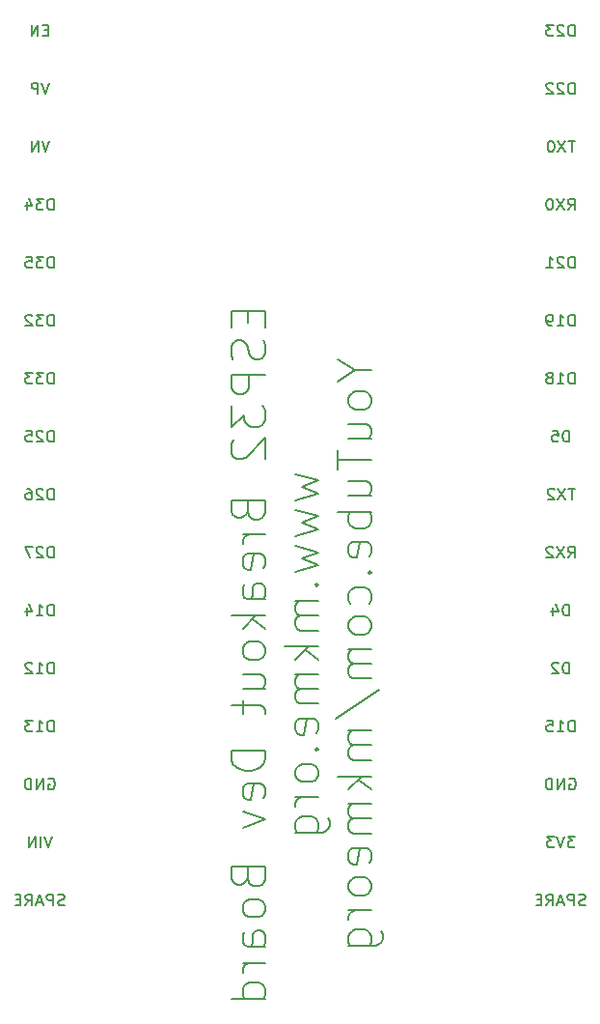
<source format=gbo>
G04 #@! TF.GenerationSoftware,KiCad,Pcbnew,(5.1.6)-1*
G04 #@! TF.CreationDate,2021-10-14T13:40:29-04:00*
G04 #@! TF.ProjectId,ESP32 WROOM-32 Breakout MKME.ORG,45535033-3220-4575-924f-4f4d2d333220,rev?*
G04 #@! TF.SameCoordinates,Original*
G04 #@! TF.FileFunction,Legend,Bot*
G04 #@! TF.FilePolarity,Positive*
%FSLAX46Y46*%
G04 Gerber Fmt 4.6, Leading zero omitted, Abs format (unit mm)*
G04 Created by KiCad (PCBNEW (5.1.6)-1) date 2021-10-14 13:40:29*
%MOMM*%
%LPD*%
G01*
G04 APERTURE LIST*
%ADD10C,0.150000*%
G04 APERTURE END LIST*
D10*
X171076666Y-117244761D02*
X170933809Y-117292380D01*
X170695714Y-117292380D01*
X170600476Y-117244761D01*
X170552857Y-117197142D01*
X170505238Y-117101904D01*
X170505238Y-117006666D01*
X170552857Y-116911428D01*
X170600476Y-116863809D01*
X170695714Y-116816190D01*
X170886190Y-116768571D01*
X170981428Y-116720952D01*
X171029047Y-116673333D01*
X171076666Y-116578095D01*
X171076666Y-116482857D01*
X171029047Y-116387619D01*
X170981428Y-116340000D01*
X170886190Y-116292380D01*
X170648095Y-116292380D01*
X170505238Y-116340000D01*
X170076666Y-117292380D02*
X170076666Y-116292380D01*
X169695714Y-116292380D01*
X169600476Y-116340000D01*
X169552857Y-116387619D01*
X169505238Y-116482857D01*
X169505238Y-116625714D01*
X169552857Y-116720952D01*
X169600476Y-116768571D01*
X169695714Y-116816190D01*
X170076666Y-116816190D01*
X169124285Y-117006666D02*
X168648095Y-117006666D01*
X169219523Y-117292380D02*
X168886190Y-116292380D01*
X168552857Y-117292380D01*
X167648095Y-117292380D02*
X167981428Y-116816190D01*
X168219523Y-117292380D02*
X168219523Y-116292380D01*
X167838571Y-116292380D01*
X167743333Y-116340000D01*
X167695714Y-116387619D01*
X167648095Y-116482857D01*
X167648095Y-116625714D01*
X167695714Y-116720952D01*
X167743333Y-116768571D01*
X167838571Y-116816190D01*
X168219523Y-116816190D01*
X167219523Y-116768571D02*
X166886190Y-116768571D01*
X166743333Y-117292380D02*
X167219523Y-117292380D01*
X167219523Y-116292380D01*
X166743333Y-116292380D01*
X125356666Y-117244761D02*
X125213809Y-117292380D01*
X124975714Y-117292380D01*
X124880476Y-117244761D01*
X124832857Y-117197142D01*
X124785238Y-117101904D01*
X124785238Y-117006666D01*
X124832857Y-116911428D01*
X124880476Y-116863809D01*
X124975714Y-116816190D01*
X125166190Y-116768571D01*
X125261428Y-116720952D01*
X125309047Y-116673333D01*
X125356666Y-116578095D01*
X125356666Y-116482857D01*
X125309047Y-116387619D01*
X125261428Y-116340000D01*
X125166190Y-116292380D01*
X124928095Y-116292380D01*
X124785238Y-116340000D01*
X124356666Y-117292380D02*
X124356666Y-116292380D01*
X123975714Y-116292380D01*
X123880476Y-116340000D01*
X123832857Y-116387619D01*
X123785238Y-116482857D01*
X123785238Y-116625714D01*
X123832857Y-116720952D01*
X123880476Y-116768571D01*
X123975714Y-116816190D01*
X124356666Y-116816190D01*
X123404285Y-117006666D02*
X122928095Y-117006666D01*
X123499523Y-117292380D02*
X123166190Y-116292380D01*
X122832857Y-117292380D01*
X121928095Y-117292380D02*
X122261428Y-116816190D01*
X122499523Y-117292380D02*
X122499523Y-116292380D01*
X122118571Y-116292380D01*
X122023333Y-116340000D01*
X121975714Y-116387619D01*
X121928095Y-116482857D01*
X121928095Y-116625714D01*
X121975714Y-116720952D01*
X122023333Y-116768571D01*
X122118571Y-116816190D01*
X122499523Y-116816190D01*
X121499523Y-116768571D02*
X121166190Y-116768571D01*
X121023333Y-117292380D02*
X121499523Y-117292380D01*
X121499523Y-116292380D01*
X121023333Y-116292380D01*
X141415714Y-65177142D02*
X141415714Y-66177142D01*
X142987142Y-66605714D02*
X142987142Y-65177142D01*
X139987142Y-65177142D01*
X139987142Y-66605714D01*
X142844285Y-67748571D02*
X142987142Y-68177142D01*
X142987142Y-68891428D01*
X142844285Y-69177142D01*
X142701428Y-69320000D01*
X142415714Y-69462857D01*
X142130000Y-69462857D01*
X141844285Y-69320000D01*
X141701428Y-69177142D01*
X141558571Y-68891428D01*
X141415714Y-68320000D01*
X141272857Y-68034285D01*
X141130000Y-67891428D01*
X140844285Y-67748571D01*
X140558571Y-67748571D01*
X140272857Y-67891428D01*
X140130000Y-68034285D01*
X139987142Y-68320000D01*
X139987142Y-69034285D01*
X140130000Y-69462857D01*
X142987142Y-70748571D02*
X139987142Y-70748571D01*
X139987142Y-71891428D01*
X140130000Y-72177142D01*
X140272857Y-72320000D01*
X140558571Y-72462857D01*
X140987142Y-72462857D01*
X141272857Y-72320000D01*
X141415714Y-72177142D01*
X141558571Y-71891428D01*
X141558571Y-70748571D01*
X139987142Y-73462857D02*
X139987142Y-75320000D01*
X141130000Y-74320000D01*
X141130000Y-74748571D01*
X141272857Y-75034285D01*
X141415714Y-75177142D01*
X141701428Y-75320000D01*
X142415714Y-75320000D01*
X142701428Y-75177142D01*
X142844285Y-75034285D01*
X142987142Y-74748571D01*
X142987142Y-73891428D01*
X142844285Y-73605714D01*
X142701428Y-73462857D01*
X140272857Y-76462857D02*
X140130000Y-76605714D01*
X139987142Y-76891428D01*
X139987142Y-77605714D01*
X140130000Y-77891428D01*
X140272857Y-78034285D01*
X140558571Y-78177142D01*
X140844285Y-78177142D01*
X141272857Y-78034285D01*
X142987142Y-76320000D01*
X142987142Y-78177142D01*
X141415714Y-82748571D02*
X141558571Y-83177142D01*
X141701428Y-83320000D01*
X141987142Y-83462857D01*
X142415714Y-83462857D01*
X142701428Y-83320000D01*
X142844285Y-83177142D01*
X142987142Y-82891428D01*
X142987142Y-81748571D01*
X139987142Y-81748571D01*
X139987142Y-82748571D01*
X140130000Y-83034285D01*
X140272857Y-83177142D01*
X140558571Y-83320000D01*
X140844285Y-83320000D01*
X141130000Y-83177142D01*
X141272857Y-83034285D01*
X141415714Y-82748571D01*
X141415714Y-81748571D01*
X142987142Y-84748571D02*
X140987142Y-84748571D01*
X141558571Y-84748571D02*
X141272857Y-84891428D01*
X141130000Y-85034285D01*
X140987142Y-85320000D01*
X140987142Y-85605714D01*
X142844285Y-87748571D02*
X142987142Y-87462857D01*
X142987142Y-86891428D01*
X142844285Y-86605714D01*
X142558571Y-86462857D01*
X141415714Y-86462857D01*
X141130000Y-86605714D01*
X140987142Y-86891428D01*
X140987142Y-87462857D01*
X141130000Y-87748571D01*
X141415714Y-87891428D01*
X141701428Y-87891428D01*
X141987142Y-86462857D01*
X142987142Y-90462857D02*
X141415714Y-90462857D01*
X141130000Y-90320000D01*
X140987142Y-90034285D01*
X140987142Y-89462857D01*
X141130000Y-89177142D01*
X142844285Y-90462857D02*
X142987142Y-90177142D01*
X142987142Y-89462857D01*
X142844285Y-89177142D01*
X142558571Y-89034285D01*
X142272857Y-89034285D01*
X141987142Y-89177142D01*
X141844285Y-89462857D01*
X141844285Y-90177142D01*
X141701428Y-90462857D01*
X142987142Y-91891428D02*
X139987142Y-91891428D01*
X141844285Y-92177142D02*
X142987142Y-93034285D01*
X140987142Y-93034285D02*
X142130000Y-91891428D01*
X142987142Y-94748571D02*
X142844285Y-94462857D01*
X142701428Y-94320000D01*
X142415714Y-94177142D01*
X141558571Y-94177142D01*
X141272857Y-94320000D01*
X141130000Y-94462857D01*
X140987142Y-94748571D01*
X140987142Y-95177142D01*
X141130000Y-95462857D01*
X141272857Y-95605714D01*
X141558571Y-95748571D01*
X142415714Y-95748571D01*
X142701428Y-95605714D01*
X142844285Y-95462857D01*
X142987142Y-95177142D01*
X142987142Y-94748571D01*
X140987142Y-98320000D02*
X142987142Y-98320000D01*
X140987142Y-97034285D02*
X142558571Y-97034285D01*
X142844285Y-97177142D01*
X142987142Y-97462857D01*
X142987142Y-97891428D01*
X142844285Y-98177142D01*
X142701428Y-98320000D01*
X140987142Y-99320000D02*
X140987142Y-100462857D01*
X139987142Y-99748571D02*
X142558571Y-99748571D01*
X142844285Y-99891428D01*
X142987142Y-100177142D01*
X142987142Y-100462857D01*
X142987142Y-103748571D02*
X139987142Y-103748571D01*
X139987142Y-104462857D01*
X140130000Y-104891428D01*
X140415714Y-105177142D01*
X140701428Y-105320000D01*
X141272857Y-105462857D01*
X141701428Y-105462857D01*
X142272857Y-105320000D01*
X142558571Y-105177142D01*
X142844285Y-104891428D01*
X142987142Y-104462857D01*
X142987142Y-103748571D01*
X142844285Y-107891428D02*
X142987142Y-107605714D01*
X142987142Y-107034285D01*
X142844285Y-106748571D01*
X142558571Y-106605714D01*
X141415714Y-106605714D01*
X141130000Y-106748571D01*
X140987142Y-107034285D01*
X140987142Y-107605714D01*
X141130000Y-107891428D01*
X141415714Y-108034285D01*
X141701428Y-108034285D01*
X141987142Y-106605714D01*
X140987142Y-109034285D02*
X142987142Y-109748571D01*
X140987142Y-110462857D01*
X141415714Y-114891428D02*
X141558571Y-115320000D01*
X141701428Y-115462857D01*
X141987142Y-115605714D01*
X142415714Y-115605714D01*
X142701428Y-115462857D01*
X142844285Y-115320000D01*
X142987142Y-115034285D01*
X142987142Y-113891428D01*
X139987142Y-113891428D01*
X139987142Y-114891428D01*
X140130000Y-115177142D01*
X140272857Y-115320000D01*
X140558571Y-115462857D01*
X140844285Y-115462857D01*
X141130000Y-115320000D01*
X141272857Y-115177142D01*
X141415714Y-114891428D01*
X141415714Y-113891428D01*
X142987142Y-117320000D02*
X142844285Y-117034285D01*
X142701428Y-116891428D01*
X142415714Y-116748571D01*
X141558571Y-116748571D01*
X141272857Y-116891428D01*
X141130000Y-117034285D01*
X140987142Y-117320000D01*
X140987142Y-117748571D01*
X141130000Y-118034285D01*
X141272857Y-118177142D01*
X141558571Y-118320000D01*
X142415714Y-118320000D01*
X142701428Y-118177142D01*
X142844285Y-118034285D01*
X142987142Y-117748571D01*
X142987142Y-117320000D01*
X142987142Y-120891428D02*
X141415714Y-120891428D01*
X141130000Y-120748571D01*
X140987142Y-120462857D01*
X140987142Y-119891428D01*
X141130000Y-119605714D01*
X142844285Y-120891428D02*
X142987142Y-120605714D01*
X142987142Y-119891428D01*
X142844285Y-119605714D01*
X142558571Y-119462857D01*
X142272857Y-119462857D01*
X141987142Y-119605714D01*
X141844285Y-119891428D01*
X141844285Y-120605714D01*
X141701428Y-120891428D01*
X142987142Y-122320000D02*
X140987142Y-122320000D01*
X141558571Y-122320000D02*
X141272857Y-122462857D01*
X141130000Y-122605714D01*
X140987142Y-122891428D01*
X140987142Y-123177142D01*
X142987142Y-125462857D02*
X139987142Y-125462857D01*
X142844285Y-125462857D02*
X142987142Y-125177142D01*
X142987142Y-124605714D01*
X142844285Y-124320000D01*
X142701428Y-124177142D01*
X142415714Y-124034285D01*
X141558571Y-124034285D01*
X141272857Y-124177142D01*
X141130000Y-124320000D01*
X140987142Y-124605714D01*
X140987142Y-125177142D01*
X141130000Y-125462857D01*
X145637142Y-79462857D02*
X147637142Y-80034285D01*
X146208571Y-80605714D01*
X147637142Y-81177142D01*
X145637142Y-81748571D01*
X145637142Y-82605714D02*
X147637142Y-83177142D01*
X146208571Y-83748571D01*
X147637142Y-84320000D01*
X145637142Y-84891428D01*
X145637142Y-85748571D02*
X147637142Y-86320000D01*
X146208571Y-86891428D01*
X147637142Y-87462857D01*
X145637142Y-88034285D01*
X147351428Y-89177142D02*
X147494285Y-89320000D01*
X147637142Y-89177142D01*
X147494285Y-89034285D01*
X147351428Y-89177142D01*
X147637142Y-89177142D01*
X147637142Y-90605714D02*
X145637142Y-90605714D01*
X145922857Y-90605714D02*
X145780000Y-90748571D01*
X145637142Y-91034285D01*
X145637142Y-91462857D01*
X145780000Y-91748571D01*
X146065714Y-91891428D01*
X147637142Y-91891428D01*
X146065714Y-91891428D02*
X145780000Y-92034285D01*
X145637142Y-92320000D01*
X145637142Y-92748571D01*
X145780000Y-93034285D01*
X146065714Y-93177142D01*
X147637142Y-93177142D01*
X147637142Y-94605714D02*
X144637142Y-94605714D01*
X146494285Y-94891428D02*
X147637142Y-95748571D01*
X145637142Y-95748571D02*
X146780000Y-94605714D01*
X147637142Y-97034285D02*
X145637142Y-97034285D01*
X145922857Y-97034285D02*
X145780000Y-97177142D01*
X145637142Y-97462857D01*
X145637142Y-97891428D01*
X145780000Y-98177142D01*
X146065714Y-98320000D01*
X147637142Y-98320000D01*
X146065714Y-98320000D02*
X145780000Y-98462857D01*
X145637142Y-98748571D01*
X145637142Y-99177142D01*
X145780000Y-99462857D01*
X146065714Y-99605714D01*
X147637142Y-99605714D01*
X147494285Y-102177142D02*
X147637142Y-101891428D01*
X147637142Y-101320000D01*
X147494285Y-101034285D01*
X147208571Y-100891428D01*
X146065714Y-100891428D01*
X145780000Y-101034285D01*
X145637142Y-101320000D01*
X145637142Y-101891428D01*
X145780000Y-102177142D01*
X146065714Y-102320000D01*
X146351428Y-102320000D01*
X146637142Y-100891428D01*
X147351428Y-103605714D02*
X147494285Y-103748571D01*
X147637142Y-103605714D01*
X147494285Y-103462857D01*
X147351428Y-103605714D01*
X147637142Y-103605714D01*
X147637142Y-105462857D02*
X147494285Y-105177142D01*
X147351428Y-105034285D01*
X147065714Y-104891428D01*
X146208571Y-104891428D01*
X145922857Y-105034285D01*
X145780000Y-105177142D01*
X145637142Y-105462857D01*
X145637142Y-105891428D01*
X145780000Y-106177142D01*
X145922857Y-106320000D01*
X146208571Y-106462857D01*
X147065714Y-106462857D01*
X147351428Y-106320000D01*
X147494285Y-106177142D01*
X147637142Y-105891428D01*
X147637142Y-105462857D01*
X147637142Y-107748571D02*
X145637142Y-107748571D01*
X146208571Y-107748571D02*
X145922857Y-107891428D01*
X145780000Y-108034285D01*
X145637142Y-108320000D01*
X145637142Y-108605714D01*
X145637142Y-110891428D02*
X148065714Y-110891428D01*
X148351428Y-110748571D01*
X148494285Y-110605714D01*
X148637142Y-110320000D01*
X148637142Y-109891428D01*
X148494285Y-109605714D01*
X147494285Y-110891428D02*
X147637142Y-110605714D01*
X147637142Y-110034285D01*
X147494285Y-109748571D01*
X147351428Y-109605714D01*
X147065714Y-109462857D01*
X146208571Y-109462857D01*
X145922857Y-109605714D01*
X145780000Y-109748571D01*
X145637142Y-110034285D01*
X145637142Y-110605714D01*
X145780000Y-110891428D01*
X150858571Y-70391428D02*
X152287142Y-70391428D01*
X149287142Y-69391428D02*
X150858571Y-70391428D01*
X149287142Y-71391428D01*
X152287142Y-72820000D02*
X152144285Y-72534285D01*
X152001428Y-72391428D01*
X151715714Y-72248571D01*
X150858571Y-72248571D01*
X150572857Y-72391428D01*
X150430000Y-72534285D01*
X150287142Y-72820000D01*
X150287142Y-73248571D01*
X150430000Y-73534285D01*
X150572857Y-73677142D01*
X150858571Y-73820000D01*
X151715714Y-73820000D01*
X152001428Y-73677142D01*
X152144285Y-73534285D01*
X152287142Y-73248571D01*
X152287142Y-72820000D01*
X150287142Y-76391428D02*
X152287142Y-76391428D01*
X150287142Y-75105714D02*
X151858571Y-75105714D01*
X152144285Y-75248571D01*
X152287142Y-75534285D01*
X152287142Y-75962857D01*
X152144285Y-76248571D01*
X152001428Y-76391428D01*
X149287142Y-77391428D02*
X149287142Y-79105714D01*
X152287142Y-78248571D02*
X149287142Y-78248571D01*
X150287142Y-81391428D02*
X152287142Y-81391428D01*
X150287142Y-80105714D02*
X151858571Y-80105714D01*
X152144285Y-80248571D01*
X152287142Y-80534285D01*
X152287142Y-80962857D01*
X152144285Y-81248571D01*
X152001428Y-81391428D01*
X152287142Y-82820000D02*
X149287142Y-82820000D01*
X150430000Y-82820000D02*
X150287142Y-83105714D01*
X150287142Y-83677142D01*
X150430000Y-83962857D01*
X150572857Y-84105714D01*
X150858571Y-84248571D01*
X151715714Y-84248571D01*
X152001428Y-84105714D01*
X152144285Y-83962857D01*
X152287142Y-83677142D01*
X152287142Y-83105714D01*
X152144285Y-82820000D01*
X152144285Y-86677142D02*
X152287142Y-86391428D01*
X152287142Y-85820000D01*
X152144285Y-85534285D01*
X151858571Y-85391428D01*
X150715714Y-85391428D01*
X150430000Y-85534285D01*
X150287142Y-85820000D01*
X150287142Y-86391428D01*
X150430000Y-86677142D01*
X150715714Y-86820000D01*
X151001428Y-86820000D01*
X151287142Y-85391428D01*
X152001428Y-88105714D02*
X152144285Y-88248571D01*
X152287142Y-88105714D01*
X152144285Y-87962857D01*
X152001428Y-88105714D01*
X152287142Y-88105714D01*
X152144285Y-90820000D02*
X152287142Y-90534285D01*
X152287142Y-89962857D01*
X152144285Y-89677142D01*
X152001428Y-89534285D01*
X151715714Y-89391428D01*
X150858571Y-89391428D01*
X150572857Y-89534285D01*
X150430000Y-89677142D01*
X150287142Y-89962857D01*
X150287142Y-90534285D01*
X150430000Y-90820000D01*
X152287142Y-92534285D02*
X152144285Y-92248571D01*
X152001428Y-92105714D01*
X151715714Y-91962857D01*
X150858571Y-91962857D01*
X150572857Y-92105714D01*
X150430000Y-92248571D01*
X150287142Y-92534285D01*
X150287142Y-92962857D01*
X150430000Y-93248571D01*
X150572857Y-93391428D01*
X150858571Y-93534285D01*
X151715714Y-93534285D01*
X152001428Y-93391428D01*
X152144285Y-93248571D01*
X152287142Y-92962857D01*
X152287142Y-92534285D01*
X152287142Y-94820000D02*
X150287142Y-94820000D01*
X150572857Y-94820000D02*
X150430000Y-94962857D01*
X150287142Y-95248571D01*
X150287142Y-95677142D01*
X150430000Y-95962857D01*
X150715714Y-96105714D01*
X152287142Y-96105714D01*
X150715714Y-96105714D02*
X150430000Y-96248571D01*
X150287142Y-96534285D01*
X150287142Y-96962857D01*
X150430000Y-97248571D01*
X150715714Y-97391428D01*
X152287142Y-97391428D01*
X149144285Y-100962857D02*
X153001428Y-98391428D01*
X152287142Y-101962857D02*
X150287142Y-101962857D01*
X150572857Y-101962857D02*
X150430000Y-102105714D01*
X150287142Y-102391428D01*
X150287142Y-102820000D01*
X150430000Y-103105714D01*
X150715714Y-103248571D01*
X152287142Y-103248571D01*
X150715714Y-103248571D02*
X150430000Y-103391428D01*
X150287142Y-103677142D01*
X150287142Y-104105714D01*
X150430000Y-104391428D01*
X150715714Y-104534285D01*
X152287142Y-104534285D01*
X152287142Y-105962857D02*
X149287142Y-105962857D01*
X151144285Y-106248571D02*
X152287142Y-107105714D01*
X150287142Y-107105714D02*
X151430000Y-105962857D01*
X152287142Y-108391428D02*
X150287142Y-108391428D01*
X150572857Y-108391428D02*
X150430000Y-108534285D01*
X150287142Y-108820000D01*
X150287142Y-109248571D01*
X150430000Y-109534285D01*
X150715714Y-109677142D01*
X152287142Y-109677142D01*
X150715714Y-109677142D02*
X150430000Y-109820000D01*
X150287142Y-110105714D01*
X150287142Y-110534285D01*
X150430000Y-110820000D01*
X150715714Y-110962857D01*
X152287142Y-110962857D01*
X152144285Y-113534285D02*
X152287142Y-113248571D01*
X152287142Y-112677142D01*
X152144285Y-112391428D01*
X151858571Y-112248571D01*
X150715714Y-112248571D01*
X150430000Y-112391428D01*
X150287142Y-112677142D01*
X150287142Y-113248571D01*
X150430000Y-113534285D01*
X150715714Y-113677142D01*
X151001428Y-113677142D01*
X151287142Y-112248571D01*
X152287142Y-115391428D02*
X152144285Y-115105714D01*
X152001428Y-114962857D01*
X151715714Y-114820000D01*
X150858571Y-114820000D01*
X150572857Y-114962857D01*
X150430000Y-115105714D01*
X150287142Y-115391428D01*
X150287142Y-115820000D01*
X150430000Y-116105714D01*
X150572857Y-116248571D01*
X150858571Y-116391428D01*
X151715714Y-116391428D01*
X152001428Y-116248571D01*
X152144285Y-116105714D01*
X152287142Y-115820000D01*
X152287142Y-115391428D01*
X152287142Y-117677142D02*
X150287142Y-117677142D01*
X150858571Y-117677142D02*
X150572857Y-117820000D01*
X150430000Y-117962857D01*
X150287142Y-118248571D01*
X150287142Y-118534285D01*
X150287142Y-120820000D02*
X152715714Y-120820000D01*
X153001428Y-120677142D01*
X153144285Y-120534285D01*
X153287142Y-120248571D01*
X153287142Y-119820000D01*
X153144285Y-119534285D01*
X152144285Y-120820000D02*
X152287142Y-120534285D01*
X152287142Y-119962857D01*
X152144285Y-119677142D01*
X152001428Y-119534285D01*
X151715714Y-119391428D01*
X150858571Y-119391428D01*
X150572857Y-119534285D01*
X150430000Y-119677142D01*
X150287142Y-119962857D01*
X150287142Y-120534285D01*
X150430000Y-120820000D01*
X170124285Y-41092380D02*
X170124285Y-40092380D01*
X169886190Y-40092380D01*
X169743333Y-40140000D01*
X169648095Y-40235238D01*
X169600476Y-40330476D01*
X169552857Y-40520952D01*
X169552857Y-40663809D01*
X169600476Y-40854285D01*
X169648095Y-40949523D01*
X169743333Y-41044761D01*
X169886190Y-41092380D01*
X170124285Y-41092380D01*
X169171904Y-40187619D02*
X169124285Y-40140000D01*
X169029047Y-40092380D01*
X168790952Y-40092380D01*
X168695714Y-40140000D01*
X168648095Y-40187619D01*
X168600476Y-40282857D01*
X168600476Y-40378095D01*
X168648095Y-40520952D01*
X169219523Y-41092380D01*
X168600476Y-41092380D01*
X168267142Y-40092380D02*
X167648095Y-40092380D01*
X167981428Y-40473333D01*
X167838571Y-40473333D01*
X167743333Y-40520952D01*
X167695714Y-40568571D01*
X167648095Y-40663809D01*
X167648095Y-40901904D01*
X167695714Y-40997142D01*
X167743333Y-41044761D01*
X167838571Y-41092380D01*
X168124285Y-41092380D01*
X168219523Y-41044761D01*
X168267142Y-40997142D01*
X170124285Y-46172380D02*
X170124285Y-45172380D01*
X169886190Y-45172380D01*
X169743333Y-45220000D01*
X169648095Y-45315238D01*
X169600476Y-45410476D01*
X169552857Y-45600952D01*
X169552857Y-45743809D01*
X169600476Y-45934285D01*
X169648095Y-46029523D01*
X169743333Y-46124761D01*
X169886190Y-46172380D01*
X170124285Y-46172380D01*
X169171904Y-45267619D02*
X169124285Y-45220000D01*
X169029047Y-45172380D01*
X168790952Y-45172380D01*
X168695714Y-45220000D01*
X168648095Y-45267619D01*
X168600476Y-45362857D01*
X168600476Y-45458095D01*
X168648095Y-45600952D01*
X169219523Y-46172380D01*
X168600476Y-46172380D01*
X168219523Y-45267619D02*
X168171904Y-45220000D01*
X168076666Y-45172380D01*
X167838571Y-45172380D01*
X167743333Y-45220000D01*
X167695714Y-45267619D01*
X167648095Y-45362857D01*
X167648095Y-45458095D01*
X167695714Y-45600952D01*
X168267142Y-46172380D01*
X167648095Y-46172380D01*
X170148095Y-50252380D02*
X169576666Y-50252380D01*
X169862380Y-51252380D02*
X169862380Y-50252380D01*
X169338571Y-50252380D02*
X168671904Y-51252380D01*
X168671904Y-50252380D02*
X169338571Y-51252380D01*
X168100476Y-50252380D02*
X168005238Y-50252380D01*
X167910000Y-50300000D01*
X167862380Y-50347619D01*
X167814761Y-50442857D01*
X167767142Y-50633333D01*
X167767142Y-50871428D01*
X167814761Y-51061904D01*
X167862380Y-51157142D01*
X167910000Y-51204761D01*
X168005238Y-51252380D01*
X168100476Y-51252380D01*
X168195714Y-51204761D01*
X168243333Y-51157142D01*
X168290952Y-51061904D01*
X168338571Y-50871428D01*
X168338571Y-50633333D01*
X168290952Y-50442857D01*
X168243333Y-50347619D01*
X168195714Y-50300000D01*
X168100476Y-50252380D01*
X169552857Y-56332380D02*
X169886190Y-55856190D01*
X170124285Y-56332380D02*
X170124285Y-55332380D01*
X169743333Y-55332380D01*
X169648095Y-55380000D01*
X169600476Y-55427619D01*
X169552857Y-55522857D01*
X169552857Y-55665714D01*
X169600476Y-55760952D01*
X169648095Y-55808571D01*
X169743333Y-55856190D01*
X170124285Y-55856190D01*
X169219523Y-55332380D02*
X168552857Y-56332380D01*
X168552857Y-55332380D02*
X169219523Y-56332380D01*
X167981428Y-55332380D02*
X167886190Y-55332380D01*
X167790952Y-55380000D01*
X167743333Y-55427619D01*
X167695714Y-55522857D01*
X167648095Y-55713333D01*
X167648095Y-55951428D01*
X167695714Y-56141904D01*
X167743333Y-56237142D01*
X167790952Y-56284761D01*
X167886190Y-56332380D01*
X167981428Y-56332380D01*
X168076666Y-56284761D01*
X168124285Y-56237142D01*
X168171904Y-56141904D01*
X168219523Y-55951428D01*
X168219523Y-55713333D01*
X168171904Y-55522857D01*
X168124285Y-55427619D01*
X168076666Y-55380000D01*
X167981428Y-55332380D01*
X170124285Y-61412380D02*
X170124285Y-60412380D01*
X169886190Y-60412380D01*
X169743333Y-60460000D01*
X169648095Y-60555238D01*
X169600476Y-60650476D01*
X169552857Y-60840952D01*
X169552857Y-60983809D01*
X169600476Y-61174285D01*
X169648095Y-61269523D01*
X169743333Y-61364761D01*
X169886190Y-61412380D01*
X170124285Y-61412380D01*
X169171904Y-60507619D02*
X169124285Y-60460000D01*
X169029047Y-60412380D01*
X168790952Y-60412380D01*
X168695714Y-60460000D01*
X168648095Y-60507619D01*
X168600476Y-60602857D01*
X168600476Y-60698095D01*
X168648095Y-60840952D01*
X169219523Y-61412380D01*
X168600476Y-61412380D01*
X167648095Y-61412380D02*
X168219523Y-61412380D01*
X167933809Y-61412380D02*
X167933809Y-60412380D01*
X168029047Y-60555238D01*
X168124285Y-60650476D01*
X168219523Y-60698095D01*
X170124285Y-66492380D02*
X170124285Y-65492380D01*
X169886190Y-65492380D01*
X169743333Y-65540000D01*
X169648095Y-65635238D01*
X169600476Y-65730476D01*
X169552857Y-65920952D01*
X169552857Y-66063809D01*
X169600476Y-66254285D01*
X169648095Y-66349523D01*
X169743333Y-66444761D01*
X169886190Y-66492380D01*
X170124285Y-66492380D01*
X168600476Y-66492380D02*
X169171904Y-66492380D01*
X168886190Y-66492380D02*
X168886190Y-65492380D01*
X168981428Y-65635238D01*
X169076666Y-65730476D01*
X169171904Y-65778095D01*
X168124285Y-66492380D02*
X167933809Y-66492380D01*
X167838571Y-66444761D01*
X167790952Y-66397142D01*
X167695714Y-66254285D01*
X167648095Y-66063809D01*
X167648095Y-65682857D01*
X167695714Y-65587619D01*
X167743333Y-65540000D01*
X167838571Y-65492380D01*
X168029047Y-65492380D01*
X168124285Y-65540000D01*
X168171904Y-65587619D01*
X168219523Y-65682857D01*
X168219523Y-65920952D01*
X168171904Y-66016190D01*
X168124285Y-66063809D01*
X168029047Y-66111428D01*
X167838571Y-66111428D01*
X167743333Y-66063809D01*
X167695714Y-66016190D01*
X167648095Y-65920952D01*
X170124285Y-71572380D02*
X170124285Y-70572380D01*
X169886190Y-70572380D01*
X169743333Y-70620000D01*
X169648095Y-70715238D01*
X169600476Y-70810476D01*
X169552857Y-71000952D01*
X169552857Y-71143809D01*
X169600476Y-71334285D01*
X169648095Y-71429523D01*
X169743333Y-71524761D01*
X169886190Y-71572380D01*
X170124285Y-71572380D01*
X168600476Y-71572380D02*
X169171904Y-71572380D01*
X168886190Y-71572380D02*
X168886190Y-70572380D01*
X168981428Y-70715238D01*
X169076666Y-70810476D01*
X169171904Y-70858095D01*
X168029047Y-71000952D02*
X168124285Y-70953333D01*
X168171904Y-70905714D01*
X168219523Y-70810476D01*
X168219523Y-70762857D01*
X168171904Y-70667619D01*
X168124285Y-70620000D01*
X168029047Y-70572380D01*
X167838571Y-70572380D01*
X167743333Y-70620000D01*
X167695714Y-70667619D01*
X167648095Y-70762857D01*
X167648095Y-70810476D01*
X167695714Y-70905714D01*
X167743333Y-70953333D01*
X167838571Y-71000952D01*
X168029047Y-71000952D01*
X168124285Y-71048571D01*
X168171904Y-71096190D01*
X168219523Y-71191428D01*
X168219523Y-71381904D01*
X168171904Y-71477142D01*
X168124285Y-71524761D01*
X168029047Y-71572380D01*
X167838571Y-71572380D01*
X167743333Y-71524761D01*
X167695714Y-71477142D01*
X167648095Y-71381904D01*
X167648095Y-71191428D01*
X167695714Y-71096190D01*
X167743333Y-71048571D01*
X167838571Y-71000952D01*
X169648095Y-76652380D02*
X169648095Y-75652380D01*
X169410000Y-75652380D01*
X169267142Y-75700000D01*
X169171904Y-75795238D01*
X169124285Y-75890476D01*
X169076666Y-76080952D01*
X169076666Y-76223809D01*
X169124285Y-76414285D01*
X169171904Y-76509523D01*
X169267142Y-76604761D01*
X169410000Y-76652380D01*
X169648095Y-76652380D01*
X168171904Y-75652380D02*
X168648095Y-75652380D01*
X168695714Y-76128571D01*
X168648095Y-76080952D01*
X168552857Y-76033333D01*
X168314761Y-76033333D01*
X168219523Y-76080952D01*
X168171904Y-76128571D01*
X168124285Y-76223809D01*
X168124285Y-76461904D01*
X168171904Y-76557142D01*
X168219523Y-76604761D01*
X168314761Y-76652380D01*
X168552857Y-76652380D01*
X168648095Y-76604761D01*
X168695714Y-76557142D01*
X170148095Y-80732380D02*
X169576666Y-80732380D01*
X169862380Y-81732380D02*
X169862380Y-80732380D01*
X169338571Y-80732380D02*
X168671904Y-81732380D01*
X168671904Y-80732380D02*
X169338571Y-81732380D01*
X168338571Y-80827619D02*
X168290952Y-80780000D01*
X168195714Y-80732380D01*
X167957619Y-80732380D01*
X167862380Y-80780000D01*
X167814761Y-80827619D01*
X167767142Y-80922857D01*
X167767142Y-81018095D01*
X167814761Y-81160952D01*
X168386190Y-81732380D01*
X167767142Y-81732380D01*
X169552857Y-86812380D02*
X169886190Y-86336190D01*
X170124285Y-86812380D02*
X170124285Y-85812380D01*
X169743333Y-85812380D01*
X169648095Y-85860000D01*
X169600476Y-85907619D01*
X169552857Y-86002857D01*
X169552857Y-86145714D01*
X169600476Y-86240952D01*
X169648095Y-86288571D01*
X169743333Y-86336190D01*
X170124285Y-86336190D01*
X169219523Y-85812380D02*
X168552857Y-86812380D01*
X168552857Y-85812380D02*
X169219523Y-86812380D01*
X168219523Y-85907619D02*
X168171904Y-85860000D01*
X168076666Y-85812380D01*
X167838571Y-85812380D01*
X167743333Y-85860000D01*
X167695714Y-85907619D01*
X167648095Y-86002857D01*
X167648095Y-86098095D01*
X167695714Y-86240952D01*
X168267142Y-86812380D01*
X167648095Y-86812380D01*
X169648095Y-91892380D02*
X169648095Y-90892380D01*
X169410000Y-90892380D01*
X169267142Y-90940000D01*
X169171904Y-91035238D01*
X169124285Y-91130476D01*
X169076666Y-91320952D01*
X169076666Y-91463809D01*
X169124285Y-91654285D01*
X169171904Y-91749523D01*
X169267142Y-91844761D01*
X169410000Y-91892380D01*
X169648095Y-91892380D01*
X168219523Y-91225714D02*
X168219523Y-91892380D01*
X168457619Y-90844761D02*
X168695714Y-91559047D01*
X168076666Y-91559047D01*
X169648095Y-96972380D02*
X169648095Y-95972380D01*
X169410000Y-95972380D01*
X169267142Y-96020000D01*
X169171904Y-96115238D01*
X169124285Y-96210476D01*
X169076666Y-96400952D01*
X169076666Y-96543809D01*
X169124285Y-96734285D01*
X169171904Y-96829523D01*
X169267142Y-96924761D01*
X169410000Y-96972380D01*
X169648095Y-96972380D01*
X168695714Y-96067619D02*
X168648095Y-96020000D01*
X168552857Y-95972380D01*
X168314761Y-95972380D01*
X168219523Y-96020000D01*
X168171904Y-96067619D01*
X168124285Y-96162857D01*
X168124285Y-96258095D01*
X168171904Y-96400952D01*
X168743333Y-96972380D01*
X168124285Y-96972380D01*
X170124285Y-102052380D02*
X170124285Y-101052380D01*
X169886190Y-101052380D01*
X169743333Y-101100000D01*
X169648095Y-101195238D01*
X169600476Y-101290476D01*
X169552857Y-101480952D01*
X169552857Y-101623809D01*
X169600476Y-101814285D01*
X169648095Y-101909523D01*
X169743333Y-102004761D01*
X169886190Y-102052380D01*
X170124285Y-102052380D01*
X168600476Y-102052380D02*
X169171904Y-102052380D01*
X168886190Y-102052380D02*
X168886190Y-101052380D01*
X168981428Y-101195238D01*
X169076666Y-101290476D01*
X169171904Y-101338095D01*
X167695714Y-101052380D02*
X168171904Y-101052380D01*
X168219523Y-101528571D01*
X168171904Y-101480952D01*
X168076666Y-101433333D01*
X167838571Y-101433333D01*
X167743333Y-101480952D01*
X167695714Y-101528571D01*
X167648095Y-101623809D01*
X167648095Y-101861904D01*
X167695714Y-101957142D01*
X167743333Y-102004761D01*
X167838571Y-102052380D01*
X168076666Y-102052380D01*
X168171904Y-102004761D01*
X168219523Y-101957142D01*
X169671904Y-106180000D02*
X169767142Y-106132380D01*
X169910000Y-106132380D01*
X170052857Y-106180000D01*
X170148095Y-106275238D01*
X170195714Y-106370476D01*
X170243333Y-106560952D01*
X170243333Y-106703809D01*
X170195714Y-106894285D01*
X170148095Y-106989523D01*
X170052857Y-107084761D01*
X169910000Y-107132380D01*
X169814761Y-107132380D01*
X169671904Y-107084761D01*
X169624285Y-107037142D01*
X169624285Y-106703809D01*
X169814761Y-106703809D01*
X169195714Y-107132380D02*
X169195714Y-106132380D01*
X168624285Y-107132380D01*
X168624285Y-106132380D01*
X168148095Y-107132380D02*
X168148095Y-106132380D01*
X167910000Y-106132380D01*
X167767142Y-106180000D01*
X167671904Y-106275238D01*
X167624285Y-106370476D01*
X167576666Y-106560952D01*
X167576666Y-106703809D01*
X167624285Y-106894285D01*
X167671904Y-106989523D01*
X167767142Y-107084761D01*
X167910000Y-107132380D01*
X168148095Y-107132380D01*
X170148095Y-111212380D02*
X169529047Y-111212380D01*
X169862380Y-111593333D01*
X169719523Y-111593333D01*
X169624285Y-111640952D01*
X169576666Y-111688571D01*
X169529047Y-111783809D01*
X169529047Y-112021904D01*
X169576666Y-112117142D01*
X169624285Y-112164761D01*
X169719523Y-112212380D01*
X170005238Y-112212380D01*
X170100476Y-112164761D01*
X170148095Y-112117142D01*
X169243333Y-111212380D02*
X168910000Y-112212380D01*
X168576666Y-111212380D01*
X168338571Y-111212380D02*
X167719523Y-111212380D01*
X168052857Y-111593333D01*
X167910000Y-111593333D01*
X167814761Y-111640952D01*
X167767142Y-111688571D01*
X167719523Y-111783809D01*
X167719523Y-112021904D01*
X167767142Y-112117142D01*
X167814761Y-112164761D01*
X167910000Y-112212380D01*
X168195714Y-112212380D01*
X168290952Y-112164761D01*
X168338571Y-112117142D01*
X123928095Y-40568571D02*
X123594761Y-40568571D01*
X123451904Y-41092380D02*
X123928095Y-41092380D01*
X123928095Y-40092380D01*
X123451904Y-40092380D01*
X123023333Y-41092380D02*
X123023333Y-40092380D01*
X122451904Y-41092380D01*
X122451904Y-40092380D01*
X124023333Y-45172380D02*
X123690000Y-46172380D01*
X123356666Y-45172380D01*
X123023333Y-46172380D02*
X123023333Y-45172380D01*
X122642380Y-45172380D01*
X122547142Y-45220000D01*
X122499523Y-45267619D01*
X122451904Y-45362857D01*
X122451904Y-45505714D01*
X122499523Y-45600952D01*
X122547142Y-45648571D01*
X122642380Y-45696190D01*
X123023333Y-45696190D01*
X124047142Y-50252380D02*
X123713809Y-51252380D01*
X123380476Y-50252380D01*
X123047142Y-51252380D02*
X123047142Y-50252380D01*
X122475714Y-51252380D01*
X122475714Y-50252380D01*
X124404285Y-56332380D02*
X124404285Y-55332380D01*
X124166190Y-55332380D01*
X124023333Y-55380000D01*
X123928095Y-55475238D01*
X123880476Y-55570476D01*
X123832857Y-55760952D01*
X123832857Y-55903809D01*
X123880476Y-56094285D01*
X123928095Y-56189523D01*
X124023333Y-56284761D01*
X124166190Y-56332380D01*
X124404285Y-56332380D01*
X123499523Y-55332380D02*
X122880476Y-55332380D01*
X123213809Y-55713333D01*
X123070952Y-55713333D01*
X122975714Y-55760952D01*
X122928095Y-55808571D01*
X122880476Y-55903809D01*
X122880476Y-56141904D01*
X122928095Y-56237142D01*
X122975714Y-56284761D01*
X123070952Y-56332380D01*
X123356666Y-56332380D01*
X123451904Y-56284761D01*
X123499523Y-56237142D01*
X122023333Y-55665714D02*
X122023333Y-56332380D01*
X122261428Y-55284761D02*
X122499523Y-55999047D01*
X121880476Y-55999047D01*
X124404285Y-61412380D02*
X124404285Y-60412380D01*
X124166190Y-60412380D01*
X124023333Y-60460000D01*
X123928095Y-60555238D01*
X123880476Y-60650476D01*
X123832857Y-60840952D01*
X123832857Y-60983809D01*
X123880476Y-61174285D01*
X123928095Y-61269523D01*
X124023333Y-61364761D01*
X124166190Y-61412380D01*
X124404285Y-61412380D01*
X123499523Y-60412380D02*
X122880476Y-60412380D01*
X123213809Y-60793333D01*
X123070952Y-60793333D01*
X122975714Y-60840952D01*
X122928095Y-60888571D01*
X122880476Y-60983809D01*
X122880476Y-61221904D01*
X122928095Y-61317142D01*
X122975714Y-61364761D01*
X123070952Y-61412380D01*
X123356666Y-61412380D01*
X123451904Y-61364761D01*
X123499523Y-61317142D01*
X121975714Y-60412380D02*
X122451904Y-60412380D01*
X122499523Y-60888571D01*
X122451904Y-60840952D01*
X122356666Y-60793333D01*
X122118571Y-60793333D01*
X122023333Y-60840952D01*
X121975714Y-60888571D01*
X121928095Y-60983809D01*
X121928095Y-61221904D01*
X121975714Y-61317142D01*
X122023333Y-61364761D01*
X122118571Y-61412380D01*
X122356666Y-61412380D01*
X122451904Y-61364761D01*
X122499523Y-61317142D01*
X124404285Y-66492380D02*
X124404285Y-65492380D01*
X124166190Y-65492380D01*
X124023333Y-65540000D01*
X123928095Y-65635238D01*
X123880476Y-65730476D01*
X123832857Y-65920952D01*
X123832857Y-66063809D01*
X123880476Y-66254285D01*
X123928095Y-66349523D01*
X124023333Y-66444761D01*
X124166190Y-66492380D01*
X124404285Y-66492380D01*
X123499523Y-65492380D02*
X122880476Y-65492380D01*
X123213809Y-65873333D01*
X123070952Y-65873333D01*
X122975714Y-65920952D01*
X122928095Y-65968571D01*
X122880476Y-66063809D01*
X122880476Y-66301904D01*
X122928095Y-66397142D01*
X122975714Y-66444761D01*
X123070952Y-66492380D01*
X123356666Y-66492380D01*
X123451904Y-66444761D01*
X123499523Y-66397142D01*
X122499523Y-65587619D02*
X122451904Y-65540000D01*
X122356666Y-65492380D01*
X122118571Y-65492380D01*
X122023333Y-65540000D01*
X121975714Y-65587619D01*
X121928095Y-65682857D01*
X121928095Y-65778095D01*
X121975714Y-65920952D01*
X122547142Y-66492380D01*
X121928095Y-66492380D01*
X124404285Y-71572380D02*
X124404285Y-70572380D01*
X124166190Y-70572380D01*
X124023333Y-70620000D01*
X123928095Y-70715238D01*
X123880476Y-70810476D01*
X123832857Y-71000952D01*
X123832857Y-71143809D01*
X123880476Y-71334285D01*
X123928095Y-71429523D01*
X124023333Y-71524761D01*
X124166190Y-71572380D01*
X124404285Y-71572380D01*
X123499523Y-70572380D02*
X122880476Y-70572380D01*
X123213809Y-70953333D01*
X123070952Y-70953333D01*
X122975714Y-71000952D01*
X122928095Y-71048571D01*
X122880476Y-71143809D01*
X122880476Y-71381904D01*
X122928095Y-71477142D01*
X122975714Y-71524761D01*
X123070952Y-71572380D01*
X123356666Y-71572380D01*
X123451904Y-71524761D01*
X123499523Y-71477142D01*
X122547142Y-70572380D02*
X121928095Y-70572380D01*
X122261428Y-70953333D01*
X122118571Y-70953333D01*
X122023333Y-71000952D01*
X121975714Y-71048571D01*
X121928095Y-71143809D01*
X121928095Y-71381904D01*
X121975714Y-71477142D01*
X122023333Y-71524761D01*
X122118571Y-71572380D01*
X122404285Y-71572380D01*
X122499523Y-71524761D01*
X122547142Y-71477142D01*
X124404285Y-76652380D02*
X124404285Y-75652380D01*
X124166190Y-75652380D01*
X124023333Y-75700000D01*
X123928095Y-75795238D01*
X123880476Y-75890476D01*
X123832857Y-76080952D01*
X123832857Y-76223809D01*
X123880476Y-76414285D01*
X123928095Y-76509523D01*
X124023333Y-76604761D01*
X124166190Y-76652380D01*
X124404285Y-76652380D01*
X123451904Y-75747619D02*
X123404285Y-75700000D01*
X123309047Y-75652380D01*
X123070952Y-75652380D01*
X122975714Y-75700000D01*
X122928095Y-75747619D01*
X122880476Y-75842857D01*
X122880476Y-75938095D01*
X122928095Y-76080952D01*
X123499523Y-76652380D01*
X122880476Y-76652380D01*
X121975714Y-75652380D02*
X122451904Y-75652380D01*
X122499523Y-76128571D01*
X122451904Y-76080952D01*
X122356666Y-76033333D01*
X122118571Y-76033333D01*
X122023333Y-76080952D01*
X121975714Y-76128571D01*
X121928095Y-76223809D01*
X121928095Y-76461904D01*
X121975714Y-76557142D01*
X122023333Y-76604761D01*
X122118571Y-76652380D01*
X122356666Y-76652380D01*
X122451904Y-76604761D01*
X122499523Y-76557142D01*
X124404285Y-81732380D02*
X124404285Y-80732380D01*
X124166190Y-80732380D01*
X124023333Y-80780000D01*
X123928095Y-80875238D01*
X123880476Y-80970476D01*
X123832857Y-81160952D01*
X123832857Y-81303809D01*
X123880476Y-81494285D01*
X123928095Y-81589523D01*
X124023333Y-81684761D01*
X124166190Y-81732380D01*
X124404285Y-81732380D01*
X123451904Y-80827619D02*
X123404285Y-80780000D01*
X123309047Y-80732380D01*
X123070952Y-80732380D01*
X122975714Y-80780000D01*
X122928095Y-80827619D01*
X122880476Y-80922857D01*
X122880476Y-81018095D01*
X122928095Y-81160952D01*
X123499523Y-81732380D01*
X122880476Y-81732380D01*
X122023333Y-80732380D02*
X122213809Y-80732380D01*
X122309047Y-80780000D01*
X122356666Y-80827619D01*
X122451904Y-80970476D01*
X122499523Y-81160952D01*
X122499523Y-81541904D01*
X122451904Y-81637142D01*
X122404285Y-81684761D01*
X122309047Y-81732380D01*
X122118571Y-81732380D01*
X122023333Y-81684761D01*
X121975714Y-81637142D01*
X121928095Y-81541904D01*
X121928095Y-81303809D01*
X121975714Y-81208571D01*
X122023333Y-81160952D01*
X122118571Y-81113333D01*
X122309047Y-81113333D01*
X122404285Y-81160952D01*
X122451904Y-81208571D01*
X122499523Y-81303809D01*
X124404285Y-86812380D02*
X124404285Y-85812380D01*
X124166190Y-85812380D01*
X124023333Y-85860000D01*
X123928095Y-85955238D01*
X123880476Y-86050476D01*
X123832857Y-86240952D01*
X123832857Y-86383809D01*
X123880476Y-86574285D01*
X123928095Y-86669523D01*
X124023333Y-86764761D01*
X124166190Y-86812380D01*
X124404285Y-86812380D01*
X123451904Y-85907619D02*
X123404285Y-85860000D01*
X123309047Y-85812380D01*
X123070952Y-85812380D01*
X122975714Y-85860000D01*
X122928095Y-85907619D01*
X122880476Y-86002857D01*
X122880476Y-86098095D01*
X122928095Y-86240952D01*
X123499523Y-86812380D01*
X122880476Y-86812380D01*
X122547142Y-85812380D02*
X121880476Y-85812380D01*
X122309047Y-86812380D01*
X124404285Y-91892380D02*
X124404285Y-90892380D01*
X124166190Y-90892380D01*
X124023333Y-90940000D01*
X123928095Y-91035238D01*
X123880476Y-91130476D01*
X123832857Y-91320952D01*
X123832857Y-91463809D01*
X123880476Y-91654285D01*
X123928095Y-91749523D01*
X124023333Y-91844761D01*
X124166190Y-91892380D01*
X124404285Y-91892380D01*
X122880476Y-91892380D02*
X123451904Y-91892380D01*
X123166190Y-91892380D02*
X123166190Y-90892380D01*
X123261428Y-91035238D01*
X123356666Y-91130476D01*
X123451904Y-91178095D01*
X122023333Y-91225714D02*
X122023333Y-91892380D01*
X122261428Y-90844761D02*
X122499523Y-91559047D01*
X121880476Y-91559047D01*
X124404285Y-96972380D02*
X124404285Y-95972380D01*
X124166190Y-95972380D01*
X124023333Y-96020000D01*
X123928095Y-96115238D01*
X123880476Y-96210476D01*
X123832857Y-96400952D01*
X123832857Y-96543809D01*
X123880476Y-96734285D01*
X123928095Y-96829523D01*
X124023333Y-96924761D01*
X124166190Y-96972380D01*
X124404285Y-96972380D01*
X122880476Y-96972380D02*
X123451904Y-96972380D01*
X123166190Y-96972380D02*
X123166190Y-95972380D01*
X123261428Y-96115238D01*
X123356666Y-96210476D01*
X123451904Y-96258095D01*
X122499523Y-96067619D02*
X122451904Y-96020000D01*
X122356666Y-95972380D01*
X122118571Y-95972380D01*
X122023333Y-96020000D01*
X121975714Y-96067619D01*
X121928095Y-96162857D01*
X121928095Y-96258095D01*
X121975714Y-96400952D01*
X122547142Y-96972380D01*
X121928095Y-96972380D01*
X124404285Y-102052380D02*
X124404285Y-101052380D01*
X124166190Y-101052380D01*
X124023333Y-101100000D01*
X123928095Y-101195238D01*
X123880476Y-101290476D01*
X123832857Y-101480952D01*
X123832857Y-101623809D01*
X123880476Y-101814285D01*
X123928095Y-101909523D01*
X124023333Y-102004761D01*
X124166190Y-102052380D01*
X124404285Y-102052380D01*
X122880476Y-102052380D02*
X123451904Y-102052380D01*
X123166190Y-102052380D02*
X123166190Y-101052380D01*
X123261428Y-101195238D01*
X123356666Y-101290476D01*
X123451904Y-101338095D01*
X122547142Y-101052380D02*
X121928095Y-101052380D01*
X122261428Y-101433333D01*
X122118571Y-101433333D01*
X122023333Y-101480952D01*
X121975714Y-101528571D01*
X121928095Y-101623809D01*
X121928095Y-101861904D01*
X121975714Y-101957142D01*
X122023333Y-102004761D01*
X122118571Y-102052380D01*
X122404285Y-102052380D01*
X122499523Y-102004761D01*
X122547142Y-101957142D01*
X123951904Y-106180000D02*
X124047142Y-106132380D01*
X124190000Y-106132380D01*
X124332857Y-106180000D01*
X124428095Y-106275238D01*
X124475714Y-106370476D01*
X124523333Y-106560952D01*
X124523333Y-106703809D01*
X124475714Y-106894285D01*
X124428095Y-106989523D01*
X124332857Y-107084761D01*
X124190000Y-107132380D01*
X124094761Y-107132380D01*
X123951904Y-107084761D01*
X123904285Y-107037142D01*
X123904285Y-106703809D01*
X124094761Y-106703809D01*
X123475714Y-107132380D02*
X123475714Y-106132380D01*
X122904285Y-107132380D01*
X122904285Y-106132380D01*
X122428095Y-107132380D02*
X122428095Y-106132380D01*
X122190000Y-106132380D01*
X122047142Y-106180000D01*
X121951904Y-106275238D01*
X121904285Y-106370476D01*
X121856666Y-106560952D01*
X121856666Y-106703809D01*
X121904285Y-106894285D01*
X121951904Y-106989523D01*
X122047142Y-107084761D01*
X122190000Y-107132380D01*
X122428095Y-107132380D01*
X124285238Y-111212380D02*
X123951904Y-112212380D01*
X123618571Y-111212380D01*
X123285238Y-112212380D02*
X123285238Y-111212380D01*
X122809047Y-112212380D02*
X122809047Y-111212380D01*
X122237619Y-112212380D01*
X122237619Y-111212380D01*
M02*

</source>
